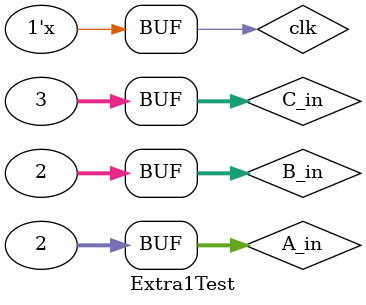
<source format=v>


`timescale 1ns / 1ps
module Extra1Test;

    // Inputs
    reg clk=0;
    reg [31:0] A_in;
    reg [31:0] B_in;
    reg [31:0] C_in;

    // Outputs
    wire [35:0] Q;

    // Instantiate the Unit Under Test (UUT)
    Extra1LP uut (
        .clk(clk), 
        .A_in(A_in), 
        .B_in(B_in), 
        .C_in(C_in), 
        .Q(Q)
    );

always #5 clk <= !clk;

    initial begin
            A_in = 0;
            B_in = 0;
            C_in = 0;
        #100;
        
        //Stimulus 1
            A_in = 2;
            B_in = 3;
            C_in = 4;
        # 10;
        
        //Stimulus 2
            A_in = 1;
            B_in = 1;
            C_in = 1;
        # 10;
        
        //Stimulus 3
            A_in = 2;
            B_in = 2;
            C_in = 3;
        # 10;

    end
      
endmodule




</source>
